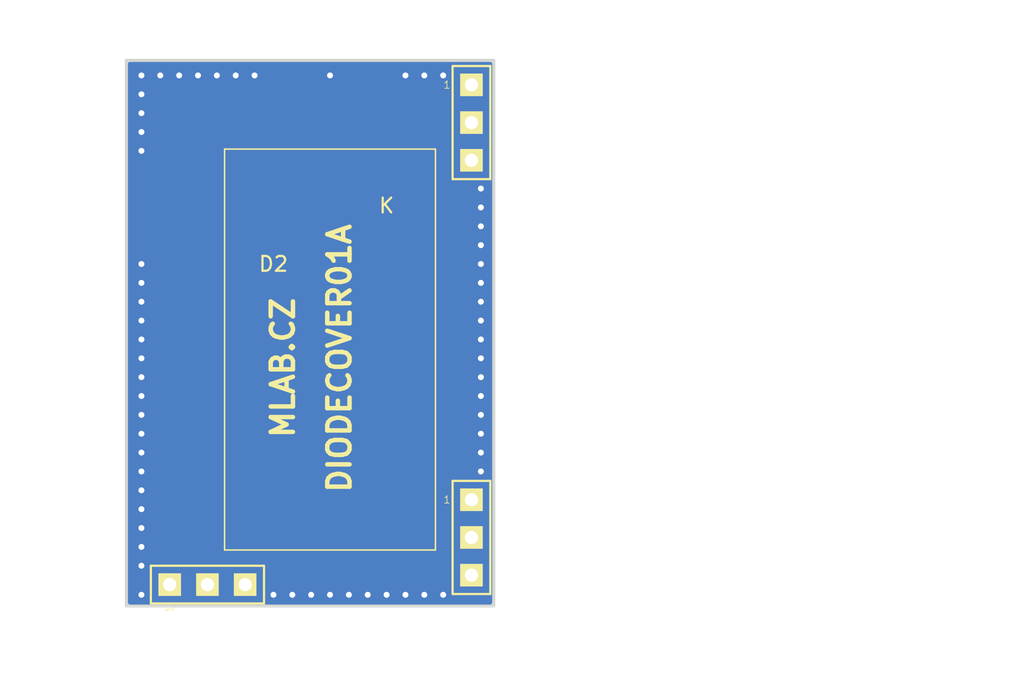
<source format=kicad_pcb>
(kicad_pcb (version 20171130) (host pcbnew "(2018-02-10 revision a04965c36)-makepkg")

  (general
    (thickness 1.6)
    (drawings 11)
    (tracks 132)
    (zones 0)
    (modules 5)
    (nets 4)
  )

  (page A4)
  (title_block
    (title NAME)
    (date "%d. %m. %Y")
    (rev REV)
    (company "Mlab www.mlab.cz")
    (comment 1 VERSION)
    (comment 2 "Short description\\nTwo lines are maximum")
    (comment 3 "nickname <email@example.com>")
  )

  (layers
    (0 F.Cu signal)
    (31 B.Cu signal)
    (34 B.Paste user)
    (36 B.SilkS user)
    (37 F.SilkS user)
    (38 B.Mask user hide)
    (39 F.Mask user)
    (44 Edge.Cuts user)
    (48 B.Fab user)
    (49 F.Fab user)
  )

  (setup
    (last_trace_width 0.25)
    (user_trace_width 0.3)
    (user_trace_width 0.4)
    (user_trace_width 0.5)
    (user_trace_width 0.6)
    (user_trace_width 0.7)
    (user_trace_width 0.8)
    (trace_clearance 0.2)
    (zone_clearance 0)
    (zone_45_only no)
    (trace_min 0.2)
    (segment_width 0.2)
    (edge_width 0.15)
    (via_size 0.8)
    (via_drill 0.4)
    (via_min_size 0.8)
    (via_min_drill 0.3)
    (uvia_size 0.3)
    (uvia_drill 0.1)
    (uvias_allowed no)
    (uvia_min_size 0.2)
    (uvia_min_drill 0.1)
    (pcb_text_width 0.3)
    (pcb_text_size 1.5 1.5)
    (mod_edge_width 0.15)
    (mod_text_size 1 1)
    (mod_text_width 0.15)
    (pad_size 6 6)
    (pad_drill 3)
    (pad_to_mask_clearance 0.2)
    (aux_axis_origin 0 0)
    (visible_elements 7FFFFF7F)
    (pcbplotparams
      (layerselection 0x010e0_ffffffff)
      (usegerberextensions false)
      (usegerberattributes false)
      (usegerberadvancedattributes false)
      (creategerberjobfile false)
      (excludeedgelayer true)
      (linewidth 0.150000)
      (plotframeref false)
      (viasonmask false)
      (mode 1)
      (useauxorigin false)
      (hpglpennumber 1)
      (hpglpenspeed 20)
      (hpglpendiameter 15)
      (psnegative false)
      (psa4output false)
      (plotreference true)
      (plotvalue true)
      (plotinvisibletext false)
      (padsonsilk false)
      (subtractmaskfromsilk false)
      (outputformat 1)
      (mirror false)
      (drillshape 0)
      (scaleselection 1)
      (outputdirectory ../cam_profi/))
  )

  (net 0 "")
  (net 1 GND)
  (net 2 /A)
  (net 3 "Net-(D2-Pad1)")

  (net_class Default "This is the default net class."
    (clearance 0.2)
    (trace_width 0.25)
    (via_dia 0.8)
    (via_drill 0.4)
    (uvia_dia 0.3)
    (uvia_drill 0.1)
    (add_net /A)
    (add_net GND)
    (add_net "Net-(D2-Pad1)")
  )

  (net_class MLAB_default ""
    (clearance 0.2)
    (trace_width 0.45)
    (via_dia 0.8)
    (via_drill 0.4)
    (uvia_dia 0.3)
    (uvia_drill 0.1)
  )

  (net_class MLAB_power ""
    (clearance 0.4)
    (trace_width 0.7)
    (via_dia 0.8)
    (via_drill 0.4)
    (uvia_dia 0.3)
    (uvia_drill 0.1)
  )

  (module Mlab_D:HAMAMATSU_S2744-09_SMD locked (layer F.Cu) (tedit 5B6736EA) (tstamp 5BAE7829)
    (at 19.05 -5.2 270)
    (descr "Diode SMA (DO-214AC)")
    (tags "Diode SMA (DO-214AC)")
    (path /5B3A05A5)
    (attr smd)
    (fp_text reference D2 (at -20.2 3.81 180) (layer F.SilkS)
      (effects (font (size 1 1) (thickness 0.15)))
    )
    (fp_text value S2744-09 (at -17.72 0 180) (layer F.Fab)
      (effects (font (size 1 1) (thickness 0.15)))
    )
    (fp_line (start -0.94 7.1) (end -27.94 7.1) (layer F.SilkS) (width 0.1))
    (fp_line (start -27.94 -7.1) (end -27.94 7.1) (layer F.SilkS) (width 0.1))
    (fp_line (start -0.94 -7.1) (end -27.94 -7.1) (layer F.SilkS) (width 0.1))
    (fp_line (start -0.94 -7.1) (end -0.94 7.1) (layer F.SilkS) (width 0.1))
    (fp_text user K (at -24.13 -3.81) (layer F.Fab)
      (effects (font (size 1 1) (thickness 0.15)))
    )
    (fp_text user K (at -24.13 -3.81 180) (layer F.SilkS)
      (effects (font (size 1 1) (thickness 0.15)))
    )
    (fp_line (start -25.39898 -0.64944) (end -26.19908 0.50118) (layer F.Fab) (width 0.1))
    (fp_line (start -25.39898 -0.64944) (end -24.64968 0.50118) (layer F.Fab) (width 0.1))
    (fp_line (start -24.64968 0.50118) (end -26.19908 0.50118) (layer F.Fab) (width 0.1))
    (fp_line (start -26.19908 -0.64944) (end -24.59888 -0.64944) (layer F.Fab) (width 0.1))
    (fp_line (start -25.39898 0.50118) (end -25.39898 1.4994) (layer F.Fab) (width 0.1))
    (fp_line (start -25.39898 -0.64944) (end -25.39898 -1.55114) (layer F.Fab) (width 0.1))
    (fp_line (start -27.94 -7.1) (end -27.94 7.1) (layer F.Fab) (width 0.1))
    (fp_line (start -0.94 7.1) (end -27.94 7.1) (layer F.Fab) (width 0.1))
    (fp_line (start -0.94 -7.1) (end -0.94 7.1) (layer F.Fab) (width 0.1))
    (fp_line (start -0.94 -7.1) (end -27.94 -7.1) (layer F.Fab) (width 0.1))
    (fp_text user %R (at -20.32 0 180) (layer F.Fab)
      (effects (font (size 1 1) (thickness 0.15)))
    )
    (pad 1 smd rect (at -29.21 -2.54 270) (size 7 2) (layers F.Cu F.Mask)
      (net 3 "Net-(D2-Pad1)"))
    (pad 2 smd rect (at -29.21 2.54 270) (size 7 2) (layers F.Cu F.Mask)
      (net 2 /A))
    (model ${KISYS3DMOD}/Diode_SMD.3dshapes/D_SMA.wrl
      (at (xyz 0 0 0))
      (scale (xyz 1 1 1))
      (rotate (xyz 0 0 0))
    )
  )

  (module Mlab_Pin_Headers:SMD_1_2_4x2 locked (layer F.Cu) (tedit 5B658CDA) (tstamp 5B9623D1)
    (at 7.62 -27.94 180)
    (path /5B4670EE)
    (fp_text reference J10 (at 0 5.6007 180) (layer F.SilkS) hide
      (effects (font (size 1 1) (thickness 0.15)))
    )
    (fp_text value HEADER_1x02 (at -0.2032 -1.778 180) (layer F.Fab) hide
      (effects (font (size 1 1) (thickness 0.15)))
    )
    (pad 2 smd rect (at 0 2.54 180) (size 4 2) (layers F.Cu F.Mask)
      (net 2 /A))
    (pad 1 smd rect (at 0 0 180) (size 4 2) (layers F.Cu F.Mask)
      (net 3 "Net-(D2-Pad1)"))
  )

  (module Mlab_Pin_Headers:Straight_1x03 (layer F.Cu) (tedit 5B659355) (tstamp 5BA2542E)
    (at 10.795 -3.81 90)
    (descr "pin header straight 1x03")
    (tags "pin header straight 1x03")
    (path /5B671102)
    (fp_text reference J1 (at 0 -5.08 90) (layer F.SilkS) hide
      (effects (font (size 1.5 1.5) (thickness 0.15)))
    )
    (fp_text value HEADER_1x03 (at 0 5.08 90) (layer F.SilkS) hide
      (effects (font (size 1.5 1.5) (thickness 0.15)))
    )
    (fp_text user 1 (at -1.651 -2.54 90) (layer F.SilkS)
      (effects (font (size 0.5 0.5) (thickness 0.05)))
    )
    (fp_line (start -1.27 -3.81) (end 1.27 -3.81) (layer F.SilkS) (width 0.15))
    (fp_line (start 1.27 -3.81) (end 1.27 3.81) (layer F.SilkS) (width 0.15))
    (fp_line (start 1.27 3.81) (end -1.27 3.81) (layer F.SilkS) (width 0.15))
    (fp_line (start -1.27 3.81) (end -1.27 -3.81) (layer F.SilkS) (width 0.15))
    (pad 3 thru_hole rect (at 0 2.54 90) (size 1.524 1.524) (drill 0.889) (layers *.Cu *.Mask F.SilkS)
      (net 1 GND))
    (pad 2 thru_hole rect (at 0 0 90) (size 1.524 1.524) (drill 0.889) (layers *.Cu *.Mask F.SilkS)
      (net 1 GND))
    (pad 1 thru_hole rect (at 0 -2.54 90) (size 1.524 1.524) (drill 0.889) (layers *.Cu *.Mask F.SilkS)
      (net 1 GND))
    (model Pin_Headers/Pin_Header_Straight_1x03.wrl
      (at (xyz 0 0 0))
      (scale (xyz 1 1 1))
      (rotate (xyz 0 0 90))
    )
  )

  (module Mlab_Pin_Headers:Straight_1x03 (layer F.Cu) (tedit 5B659357) (tstamp 5BA2543A)
    (at 28.575 -6.985)
    (descr "pin header straight 1x03")
    (tags "pin header straight 1x03")
    (path /5B671130)
    (fp_text reference J2 (at 0 -5.08) (layer F.SilkS) hide
      (effects (font (size 1.5 1.5) (thickness 0.15)))
    )
    (fp_text value HEADER_1x03 (at 0 5.08) (layer F.SilkS) hide
      (effects (font (size 1.5 1.5) (thickness 0.15)))
    )
    (fp_line (start -1.27 3.81) (end -1.27 -3.81) (layer F.SilkS) (width 0.15))
    (fp_line (start 1.27 3.81) (end -1.27 3.81) (layer F.SilkS) (width 0.15))
    (fp_line (start 1.27 -3.81) (end 1.27 3.81) (layer F.SilkS) (width 0.15))
    (fp_line (start -1.27 -3.81) (end 1.27 -3.81) (layer F.SilkS) (width 0.15))
    (fp_text user 1 (at -1.651 -2.54) (layer F.SilkS)
      (effects (font (size 0.5 0.5) (thickness 0.05)))
    )
    (pad 1 thru_hole rect (at 0 -2.54) (size 1.524 1.524) (drill 0.889) (layers *.Cu *.Mask F.SilkS)
      (net 1 GND))
    (pad 2 thru_hole rect (at 0 0) (size 1.524 1.524) (drill 0.889) (layers *.Cu *.Mask F.SilkS)
      (net 1 GND))
    (pad 3 thru_hole rect (at 0 2.54) (size 1.524 1.524) (drill 0.889) (layers *.Cu *.Mask F.SilkS)
      (net 1 GND))
    (model Pin_Headers/Pin_Header_Straight_1x03.wrl
      (at (xyz 0 0 0))
      (scale (xyz 1 1 1))
      (rotate (xyz 0 0 90))
    )
  )

  (module Mlab_Pin_Headers:Straight_1x03 (layer F.Cu) (tedit 5B65935B) (tstamp 5BA25446)
    (at 28.575 -34.925)
    (descr "pin header straight 1x03")
    (tags "pin header straight 1x03")
    (path /5B671154)
    (fp_text reference J3 (at 0 -5.08) (layer F.SilkS) hide
      (effects (font (size 1.5 1.5) (thickness 0.15)))
    )
    (fp_text value HEADER_1x03 (at 0 5.08) (layer F.SilkS) hide
      (effects (font (size 1.5 1.5) (thickness 0.15)))
    )
    (fp_text user 1 (at -1.651 -2.54) (layer F.SilkS)
      (effects (font (size 0.5 0.5) (thickness 0.05)))
    )
    (fp_line (start -1.27 -3.81) (end 1.27 -3.81) (layer F.SilkS) (width 0.15))
    (fp_line (start 1.27 -3.81) (end 1.27 3.81) (layer F.SilkS) (width 0.15))
    (fp_line (start 1.27 3.81) (end -1.27 3.81) (layer F.SilkS) (width 0.15))
    (fp_line (start -1.27 3.81) (end -1.27 -3.81) (layer F.SilkS) (width 0.15))
    (pad 3 thru_hole rect (at 0 2.54) (size 1.524 1.524) (drill 0.889) (layers *.Cu *.Mask F.SilkS)
      (net 1 GND))
    (pad 2 thru_hole rect (at 0 0) (size 1.524 1.524) (drill 0.889) (layers *.Cu *.Mask F.SilkS)
      (net 1 GND))
    (pad 1 thru_hole rect (at 0 -2.54) (size 1.524 1.524) (drill 0.889) (layers *.Cu *.Mask F.SilkS)
      (net 1 GND))
    (model Pin_Headers/Pin_Header_Straight_1x03.wrl
      (at (xyz 0 0 0))
      (scale (xyz 1 1 1))
      (rotate (xyz 0 0 90))
    )
  )

  (gr_poly (pts (xy 5.08 -1.905) (xy 30.48 -1.905) (xy 30.48 -6.35) (xy 5.08 -6.35)) (layer F.Mask) (width 0.15))
  (gr_poly (pts (xy 30.48 -39.37) (xy 30.48 -1.905) (xy 24.765 -1.905) (xy 24.765 -39.37)) (layer F.Mask) (width 0.15))
  (gr_poly (pts (xy 5.08 -39.37) (xy 30.48 -39.37) (xy 30.48 -35.56) (xy 5.08 -35.56)) (layer F.Mask) (width 0.15))
  (gr_poly (pts (xy 5.08 -39.37) (xy 10.16 -39.37) (xy 10.16 -1.905) (xy 5.08 -1.905)) (layer F.Mask) (width 0.15))
  (gr_poly (pts (xy 5.08 -39.37) (xy 30.48 -39.37) (xy 30.48 -1.905) (xy 5.08 -1.905)) (layer B.Mask) (width 0.15))
  (gr_text MLAB.CZ (at 15.875 -18.415 90) (layer F.SilkS)
    (effects (font (size 1.5 1.5) (thickness 0.3)))
  )
  (gr_text DIODECOVER01A (at 19.685 -19.05 90) (layer F.SilkS)
    (effects (font (size 1.5 1.5) (thickness 0.3)))
  )
  (gr_line (start 5.334 -39.116) (end 30.08 -39.116) (layer Edge.Cuts) (width 0.2))
  (gr_line (start 5.334 -39.116) (end 5.334 -2.37) (layer Edge.Cuts) (width 0.2))
  (gr_line (start 5.334 -2.37) (end 30.08 -2.37) (layer Edge.Cuts) (width 0.2))
  (gr_line (start 30.08 -39.116) (end 30.08 -2.37) (layer Edge.Cuts) (width 0.2))

  (segment (start 6.35 -34.29) (end 6.35 -33.02) (width 0.25) (layer B.Cu) (net 1))
  (via (at 6.35 -33.02) (size 0.8) (drill 0.4) (layers F.Cu B.Cu) (net 1))
  (segment (start 6.35 -35.56) (end 6.35 -34.29) (width 0.25) (layer F.Cu) (net 1))
  (via (at 6.35 -34.29) (size 0.8) (drill 0.4) (layers F.Cu B.Cu) (net 1))
  (segment (start 6.35 -36.83) (end 6.35 -35.56) (width 0.25) (layer B.Cu) (net 1))
  (via (at 6.35 -35.56) (size 0.8) (drill 0.4) (layers F.Cu B.Cu) (net 1))
  (segment (start 6.35 -38.1) (end 6.35 -36.83) (width 0.25) (layer F.Cu) (net 1))
  (via (at 6.35 -36.83) (size 0.8) (drill 0.4) (layers F.Cu B.Cu) (net 1))
  (segment (start 7.62 -38.1) (end 6.35 -38.1) (width 0.25) (layer B.Cu) (net 1))
  (via (at 6.35 -38.1) (size 0.8) (drill 0.4) (layers F.Cu B.Cu) (net 1))
  (segment (start 8.89 -38.1) (end 7.62 -38.1) (width 0.25) (layer F.Cu) (net 1))
  (via (at 7.62 -38.1) (size 0.8) (drill 0.4) (layers F.Cu B.Cu) (net 1))
  (segment (start 10.16 -38.1) (end 8.89 -38.1) (width 0.25) (layer B.Cu) (net 1))
  (via (at 8.89 -38.1) (size 0.8) (drill 0.4) (layers F.Cu B.Cu) (net 1))
  (segment (start 11.43 -38.1) (end 10.16 -38.1) (width 0.25) (layer F.Cu) (net 1))
  (via (at 10.16 -38.1) (size 0.8) (drill 0.4) (layers F.Cu B.Cu) (net 1))
  (segment (start 12.7 -38.1) (end 11.43 -38.1) (width 0.25) (layer B.Cu) (net 1))
  (via (at 11.43 -38.1) (size 0.8) (drill 0.4) (layers F.Cu B.Cu) (net 1))
  (segment (start 13.97 -38.1) (end 12.7 -38.1) (width 0.25) (layer F.Cu) (net 1))
  (via (at 12.7 -38.1) (size 0.8) (drill 0.4) (layers F.Cu B.Cu) (net 1))
  (segment (start 19.05 -38.1) (end 13.97 -38.1) (width 0.25) (layer B.Cu) (net 1))
  (via (at 13.97 -38.1) (size 0.8) (drill 0.4) (layers F.Cu B.Cu) (net 1))
  (segment (start 23.730001 -38.499999) (end 19.449999 -38.499999) (width 0.25) (layer F.Cu) (net 1))
  (segment (start 24.13 -38.1) (end 23.730001 -38.499999) (width 0.25) (layer F.Cu) (net 1))
  (segment (start 19.449999 -38.499999) (end 19.05 -38.1) (width 0.25) (layer F.Cu) (net 1))
  (via (at 19.05 -38.1) (size 0.8) (drill 0.4) (layers F.Cu B.Cu) (net 1))
  (segment (start 25.4 -38.1) (end 24.13 -38.1) (width 0.25) (layer B.Cu) (net 1))
  (via (at 24.13 -38.1) (size 0.8) (drill 0.4) (layers F.Cu B.Cu) (net 1))
  (segment (start 26.67 -38.1) (end 25.4 -38.1) (width 0.25) (layer F.Cu) (net 1))
  (via (at 25.4 -38.1) (size 0.8) (drill 0.4) (layers F.Cu B.Cu) (net 1))
  (segment (start 27.305 -37.465) (end 26.67 -38.1) (width 0.25) (layer B.Cu) (net 1))
  (segment (start 28.575 -37.465) (end 27.305 -37.465) (width 0.25) (layer B.Cu) (net 1))
  (via (at 26.67 -38.1) (size 0.8) (drill 0.4) (layers F.Cu B.Cu) (net 1))
  (segment (start 6.35 -24.13) (end 6.35 -25.4) (width 0.25) (layer F.Cu) (net 1))
  (via (at 6.35 -25.4) (size 0.8) (drill 0.4) (layers F.Cu B.Cu) (net 1))
  (segment (start 6.35 -22.86) (end 6.35 -24.13) (width 0.25) (layer B.Cu) (net 1))
  (via (at 6.35 -24.13) (size 0.8) (drill 0.4) (layers F.Cu B.Cu) (net 1))
  (segment (start 6.35 -21.59) (end 6.35 -22.86) (width 0.25) (layer F.Cu) (net 1))
  (via (at 6.35 -22.86) (size 0.8) (drill 0.4) (layers F.Cu B.Cu) (net 1))
  (segment (start 6.35 -20.32) (end 6.35 -21.59) (width 0.25) (layer B.Cu) (net 1))
  (via (at 6.35 -21.59) (size 0.8) (drill 0.4) (layers F.Cu B.Cu) (net 1))
  (segment (start 6.35 -19.05) (end 6.35 -20.32) (width 0.25) (layer F.Cu) (net 1))
  (via (at 6.35 -20.32) (size 0.8) (drill 0.4) (layers F.Cu B.Cu) (net 1))
  (segment (start 6.35 -17.78) (end 6.35 -19.05) (width 0.25) (layer B.Cu) (net 1))
  (via (at 6.35 -19.05) (size 0.8) (drill 0.4) (layers F.Cu B.Cu) (net 1))
  (segment (start 6.35 -16.51) (end 6.35 -17.78) (width 0.25) (layer F.Cu) (net 1))
  (via (at 6.35 -17.78) (size 0.8) (drill 0.4) (layers F.Cu B.Cu) (net 1))
  (segment (start 6.35 -15.24) (end 6.35 -16.51) (width 0.25) (layer B.Cu) (net 1))
  (via (at 6.35 -16.51) (size 0.8) (drill 0.4) (layers F.Cu B.Cu) (net 1))
  (segment (start 6.35 -13.97) (end 6.35 -15.24) (width 0.25) (layer F.Cu) (net 1))
  (via (at 6.35 -15.24) (size 0.8) (drill 0.4) (layers F.Cu B.Cu) (net 1))
  (segment (start 6.35 -12.7) (end 6.35 -13.97) (width 0.25) (layer B.Cu) (net 1))
  (via (at 6.35 -13.97) (size 0.8) (drill 0.4) (layers F.Cu B.Cu) (net 1))
  (segment (start 6.35 -11.43) (end 6.35 -12.7) (width 0.25) (layer F.Cu) (net 1))
  (via (at 6.35 -12.7) (size 0.8) (drill 0.4) (layers F.Cu B.Cu) (net 1))
  (segment (start 6.35 -10.16) (end 6.35 -11.43) (width 0.25) (layer B.Cu) (net 1))
  (via (at 6.35 -11.43) (size 0.8) (drill 0.4) (layers F.Cu B.Cu) (net 1))
  (segment (start 6.35 -8.89) (end 6.35 -10.16) (width 0.25) (layer F.Cu) (net 1))
  (via (at 6.35 -10.16) (size 0.8) (drill 0.4) (layers F.Cu B.Cu) (net 1))
  (segment (start 6.35 -7.62) (end 6.35 -8.89) (width 0.25) (layer B.Cu) (net 1))
  (via (at 6.35 -8.89) (size 0.8) (drill 0.4) (layers F.Cu B.Cu) (net 1))
  (segment (start 6.35 -6.35) (end 6.35 -7.62) (width 0.25) (layer F.Cu) (net 1))
  (via (at 6.35 -7.62) (size 0.8) (drill 0.4) (layers F.Cu B.Cu) (net 1))
  (segment (start 6.35 -5.08) (end 6.35 -6.35) (width 0.25) (layer B.Cu) (net 1))
  (via (at 6.35 -6.35) (size 0.8) (drill 0.4) (layers F.Cu B.Cu) (net 1))
  (segment (start 6.35 -3.124) (end 6.35 -5.08) (width 0.25) (layer F.Cu) (net 1))
  (via (at 6.35 -5.08) (size 0.8) (drill 0.4) (layers F.Cu B.Cu) (net 1))
  (segment (start 7.036 -3.81) (end 6.35 -3.124) (width 0.25) (layer B.Cu) (net 1))
  (segment (start 8.255 -3.81) (end 7.036 -3.81) (width 0.25) (layer B.Cu) (net 1))
  (via (at 6.35 -3.124) (size 0.8) (drill 0.4) (layers F.Cu B.Cu) (net 1))
  (segment (start 16.51 -3.124) (end 15.24 -3.124) (width 0.25) (layer F.Cu) (net 1))
  (via (at 15.24 -3.124) (size 0.8) (drill 0.4) (layers F.Cu B.Cu) (net 1))
  (segment (start 17.78 -3.124) (end 16.51 -3.124) (width 0.25) (layer B.Cu) (net 1))
  (via (at 16.51 -3.124) (size 0.8) (drill 0.4) (layers F.Cu B.Cu) (net 1))
  (segment (start 19.05 -3.124) (end 17.78 -3.124) (width 0.25) (layer F.Cu) (net 1))
  (via (at 17.78 -3.124) (size 0.8) (drill 0.4) (layers F.Cu B.Cu) (net 1))
  (segment (start 20.32 -3.124) (end 19.05 -3.124) (width 0.25) (layer B.Cu) (net 1))
  (via (at 19.05 -3.124) (size 0.8) (drill 0.4) (layers F.Cu B.Cu) (net 1))
  (segment (start 21.59 -3.124) (end 20.32 -3.124) (width 0.25) (layer F.Cu) (net 1))
  (via (at 20.32 -3.124) (size 0.8) (drill 0.4) (layers F.Cu B.Cu) (net 1))
  (segment (start 22.86 -3.124) (end 21.59 -3.124) (width 0.25) (layer B.Cu) (net 1))
  (via (at 21.59 -3.124) (size 0.8) (drill 0.4) (layers F.Cu B.Cu) (net 1))
  (segment (start 24.13 -3.124) (end 22.86 -3.124) (width 0.25) (layer F.Cu) (net 1))
  (via (at 22.86 -3.124) (size 0.8) (drill 0.4) (layers F.Cu B.Cu) (net 1))
  (segment (start 25.4 -3.124) (end 24.13 -3.124) (width 0.25) (layer B.Cu) (net 1))
  (via (at 24.13 -3.124) (size 0.8) (drill 0.4) (layers F.Cu B.Cu) (net 1))
  (segment (start 26.67 -3.124) (end 25.4 -3.124) (width 0.25) (layer F.Cu) (net 1))
  (via (at 25.4 -3.124) (size 0.8) (drill 0.4) (layers F.Cu B.Cu) (net 1))
  (segment (start 28.575 -3.433) (end 28.266 -3.124) (width 0.25) (layer B.Cu) (net 1))
  (segment (start 28.575 -4.445) (end 28.575 -3.433) (width 0.25) (layer B.Cu) (net 1))
  (segment (start 28.266 -3.124) (end 26.67 -3.124) (width 0.25) (layer B.Cu) (net 1))
  (via (at 26.67 -3.124) (size 0.8) (drill 0.4) (layers F.Cu B.Cu) (net 1))
  (via (at 29.21 -11.43) (size 0.8) (drill 0.4) (layers F.Cu B.Cu) (net 1))
  (segment (start 29.21 -12.7) (end 29.21 -11.43) (width 0.25) (layer B.Cu) (net 1))
  (segment (start 29.21 -13.97) (end 29.21 -12.7) (width 0.25) (layer F.Cu) (net 1))
  (via (at 29.21 -12.7) (size 0.8) (drill 0.4) (layers F.Cu B.Cu) (net 1))
  (segment (start 29.21 -15.24) (end 29.21 -13.97) (width 0.25) (layer B.Cu) (net 1))
  (via (at 29.21 -13.97) (size 0.8) (drill 0.4) (layers F.Cu B.Cu) (net 1))
  (segment (start 29.21 -16.51) (end 29.21 -15.24) (width 0.25) (layer F.Cu) (net 1))
  (via (at 29.21 -15.24) (size 0.8) (drill 0.4) (layers F.Cu B.Cu) (net 1))
  (segment (start 29.21 -17.78) (end 29.21 -16.51) (width 0.25) (layer B.Cu) (net 1))
  (via (at 29.21 -16.51) (size 0.8) (drill 0.4) (layers F.Cu B.Cu) (net 1))
  (segment (start 29.21 -19.05) (end 29.21 -17.78) (width 0.25) (layer F.Cu) (net 1))
  (via (at 29.21 -17.78) (size 0.8) (drill 0.4) (layers F.Cu B.Cu) (net 1))
  (segment (start 29.21 -20.32) (end 29.21 -19.05) (width 0.25) (layer B.Cu) (net 1))
  (via (at 29.21 -19.05) (size 0.8) (drill 0.4) (layers F.Cu B.Cu) (net 1))
  (segment (start 29.21 -21.59) (end 29.21 -20.32) (width 0.25) (layer F.Cu) (net 1))
  (via (at 29.21 -20.32) (size 0.8) (drill 0.4) (layers F.Cu B.Cu) (net 1))
  (segment (start 29.21 -22.86) (end 29.21 -21.59) (width 0.25) (layer B.Cu) (net 1))
  (via (at 29.21 -21.59) (size 0.8) (drill 0.4) (layers F.Cu B.Cu) (net 1))
  (segment (start 29.21 -24.13) (end 29.21 -22.86) (width 0.25) (layer F.Cu) (net 1))
  (via (at 29.21 -22.86) (size 0.8) (drill 0.4) (layers F.Cu B.Cu) (net 1))
  (segment (start 29.21 -25.4) (end 29.21 -24.13) (width 0.25) (layer B.Cu) (net 1))
  (via (at 29.21 -24.13) (size 0.8) (drill 0.4) (layers F.Cu B.Cu) (net 1))
  (segment (start 29.21 -26.67) (end 29.21 -25.4) (width 0.25) (layer F.Cu) (net 1))
  (via (at 29.21 -25.4) (size 0.8) (drill 0.4) (layers F.Cu B.Cu) (net 1))
  (segment (start 29.21 -27.94) (end 29.21 -26.67) (width 0.25) (layer B.Cu) (net 1))
  (via (at 29.21 -26.67) (size 0.8) (drill 0.4) (layers F.Cu B.Cu) (net 1))
  (segment (start 29.21 -29.21) (end 29.21 -27.94) (width 0.25) (layer F.Cu) (net 1))
  (via (at 29.21 -27.94) (size 0.8) (drill 0.4) (layers F.Cu B.Cu) (net 1))
  (segment (start 29.21 -30.48) (end 29.21 -29.21) (width 0.25) (layer B.Cu) (net 1))
  (via (at 29.21 -29.21) (size 0.8) (drill 0.4) (layers F.Cu B.Cu) (net 1))
  (segment (start 28.575 -31.115) (end 29.21 -30.48) (width 0.25) (layer F.Cu) (net 1))
  (segment (start 28.575 -32.385) (end 28.575 -31.115) (width 0.25) (layer F.Cu) (net 1))
  (via (at 29.21 -30.48) (size 0.8) (drill 0.4) (layers F.Cu B.Cu) (net 1))
  (segment (start 16.51 -34.41) (end 16.51 -31.91) (width 0.8) (layer F.Cu) (net 2))
  (segment (start 16.51 -31.91) (end 15.08 -30.48) (width 0.8) (layer F.Cu) (net 2))
  (segment (start 15.08 -30.48) (end 10.42 -30.48) (width 0.8) (layer F.Cu) (net 2))
  (segment (start 10.42 -30.48) (end 7.62 -30.48) (width 0.8) (layer F.Cu) (net 2))
  (segment (start 7.62 -27.94) (end 17.62 -27.94) (width 0.8) (layer F.Cu) (net 3))
  (segment (start 17.62 -27.94) (end 21.59 -31.91) (width 0.8) (layer F.Cu) (net 3))
  (segment (start 21.59 -31.91) (end 21.59 -34.41) (width 0.8) (layer F.Cu) (net 3))

  (zone (net 1) (net_name GND) (layer B.Cu) (tstamp 0) (hatch edge 0.508)
    (connect_pads yes (clearance 0))
    (min_thickness 0.254)
    (fill yes (arc_segments 16) (thermal_gap 0.208) (thermal_bridge_width 0.208))
    (polygon
      (pts
        (xy -1.016 -41.91) (xy -0.762 0.762) (xy 61.468 0.762) (xy 61.722 -41.148)
      )
    )
    (filled_polygon
      (pts
        (xy 29.853001 -2.597) (xy 5.561 -2.597) (xy 5.561 -38.889) (xy 29.853 -38.889)
      )
    )
  )
  (zone (net 1) (net_name GND) (layer F.Cu) (tstamp 0) (hatch edge 0.508)
    (priority 1)
    (connect_pads yes (clearance 0.3))
    (min_thickness 0.254)
    (fill yes (arc_segments 16) (thermal_gap 0.508) (thermal_bridge_width 0.508))
    (polygon
      (pts
        (xy -3.175 -43.18) (xy 63.373 -42.672) (xy 65.786 3.302) (xy -3.175 3.175)
      )
    )
    (filled_polygon
      (pts
        (xy 29.553001 -2.897) (xy 5.861 -2.897) (xy 5.861 -26.504635) (xy 9.62 -26.504635) (xy 9.786607 -26.537775)
        (xy 9.92785 -26.63215) (xy 10.022225 -26.773393) (xy 10.055365 -26.94) (xy 10.055365 -27.113) (xy 17.538556 -27.113)
        (xy 17.62 -27.0968) (xy 17.701444 -27.113) (xy 17.701448 -27.113) (xy 17.942679 -27.160984) (xy 18.216233 -27.343767)
        (xy 18.262372 -27.412819) (xy 21.324189 -30.474635) (xy 22.59 -30.474635) (xy 22.756607 -30.507775) (xy 22.89785 -30.60215)
        (xy 22.992225 -30.743393) (xy 23.025365 -30.91) (xy 23.025365 -37.91) (xy 22.992225 -38.076607) (xy 22.89785 -38.21785)
        (xy 22.756607 -38.312225) (xy 22.59 -38.345365) (xy 20.59 -38.345365) (xy 20.423393 -38.312225) (xy 20.28215 -38.21785)
        (xy 20.187775 -38.076607) (xy 20.154635 -37.91) (xy 20.154635 -31.644189) (xy 17.277447 -28.767) (xy 10.055365 -28.767)
        (xy 10.055365 -28.94) (xy 10.022225 -29.106607) (xy 9.95314 -29.21) (xy 10.022225 -29.313393) (xy 10.055365 -29.48)
        (xy 10.055365 -29.653) (xy 14.998556 -29.653) (xy 15.08 -29.6368) (xy 15.161444 -29.653) (xy 15.161448 -29.653)
        (xy 15.402679 -29.700984) (xy 15.676233 -29.883767) (xy 15.722372 -29.952819) (xy 16.244189 -30.474635) (xy 17.51 -30.474635)
        (xy 17.676607 -30.507775) (xy 17.81785 -30.60215) (xy 17.912225 -30.743393) (xy 17.945365 -30.91) (xy 17.945365 -37.91)
        (xy 17.912225 -38.076607) (xy 17.81785 -38.21785) (xy 17.676607 -38.312225) (xy 17.51 -38.345365) (xy 15.51 -38.345365)
        (xy 15.343393 -38.312225) (xy 15.20215 -38.21785) (xy 15.107775 -38.076607) (xy 15.074635 -37.91) (xy 15.074635 -31.644189)
        (xy 14.737447 -31.307) (xy 10.055365 -31.307) (xy 10.055365 -31.48) (xy 10.022225 -31.646607) (xy 9.92785 -31.78785)
        (xy 9.786607 -31.882225) (xy 9.62 -31.915365) (xy 5.861 -31.915365) (xy 5.861 -38.589) (xy 29.553 -38.589)
      )
    )
  )
)

</source>
